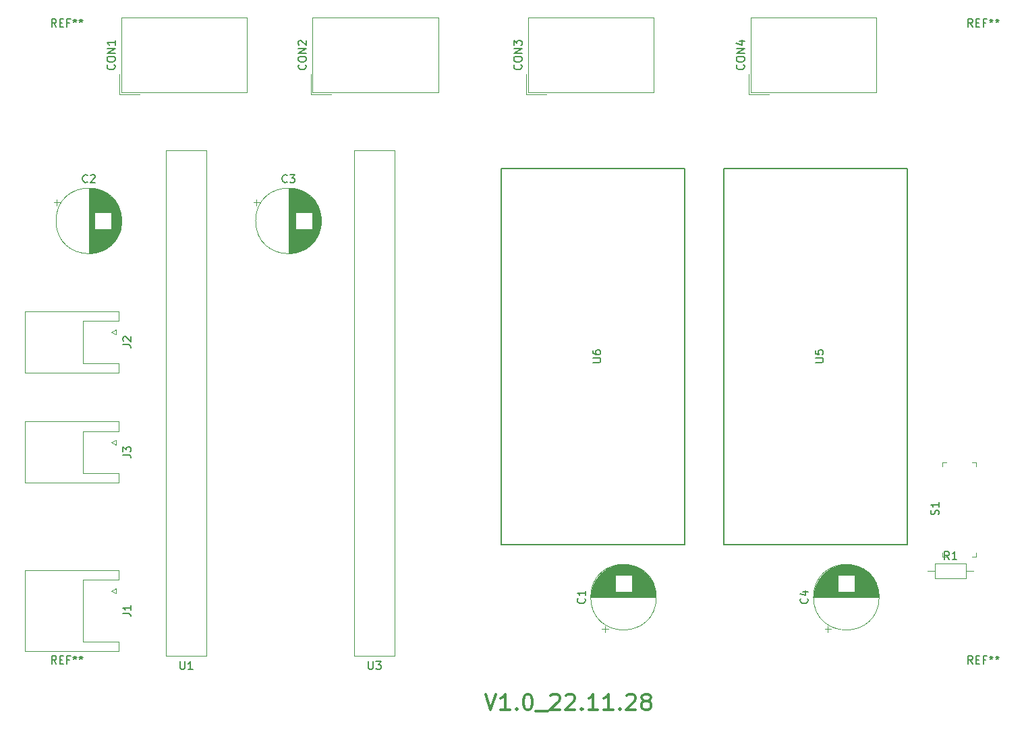
<source format=gbr>
G04 #@! TF.GenerationSoftware,KiCad,Pcbnew,(5.1.2)-2*
G04 #@! TF.CreationDate,2022-11-28T14:44:14+09:00*
G04 #@! TF.ProjectId,Motor_MotherBoard,4d6f746f-725f-44d6-9f74-686572426f61,rev?*
G04 #@! TF.SameCoordinates,Original*
G04 #@! TF.FileFunction,Legend,Top*
G04 #@! TF.FilePolarity,Positive*
%FSLAX46Y46*%
G04 Gerber Fmt 4.6, Leading zero omitted, Abs format (unit mm)*
G04 Created by KiCad (PCBNEW (5.1.2)-2) date 2022-11-28 14:44:14*
%MOMM*%
%LPD*%
G04 APERTURE LIST*
%ADD10C,0.300000*%
%ADD11C,0.120000*%
%ADD12C,0.100000*%
%ADD13C,0.150000*%
G04 APERTURE END LIST*
D10*
X92520809Y-105051361D02*
X93187476Y-107051361D01*
X93854142Y-105051361D01*
X95568428Y-107051361D02*
X94425571Y-107051361D01*
X94997000Y-107051361D02*
X94997000Y-105051361D01*
X94806523Y-105337076D01*
X94616047Y-105527552D01*
X94425571Y-105622790D01*
X96425571Y-106860885D02*
X96520809Y-106956123D01*
X96425571Y-107051361D01*
X96330333Y-106956123D01*
X96425571Y-106860885D01*
X96425571Y-107051361D01*
X97758904Y-105051361D02*
X97949380Y-105051361D01*
X98139857Y-105146600D01*
X98235095Y-105241838D01*
X98330333Y-105432314D01*
X98425571Y-105813266D01*
X98425571Y-106289457D01*
X98330333Y-106670409D01*
X98235095Y-106860885D01*
X98139857Y-106956123D01*
X97949380Y-107051361D01*
X97758904Y-107051361D01*
X97568428Y-106956123D01*
X97473190Y-106860885D01*
X97377952Y-106670409D01*
X97282714Y-106289457D01*
X97282714Y-105813266D01*
X97377952Y-105432314D01*
X97473190Y-105241838D01*
X97568428Y-105146600D01*
X97758904Y-105051361D01*
X98806523Y-107241838D02*
X100330333Y-107241838D01*
X100711285Y-105241838D02*
X100806523Y-105146600D01*
X100997000Y-105051361D01*
X101473190Y-105051361D01*
X101663666Y-105146600D01*
X101758904Y-105241838D01*
X101854142Y-105432314D01*
X101854142Y-105622790D01*
X101758904Y-105908504D01*
X100616047Y-107051361D01*
X101854142Y-107051361D01*
X102616047Y-105241838D02*
X102711285Y-105146600D01*
X102901761Y-105051361D01*
X103377952Y-105051361D01*
X103568428Y-105146600D01*
X103663666Y-105241838D01*
X103758904Y-105432314D01*
X103758904Y-105622790D01*
X103663666Y-105908504D01*
X102520809Y-107051361D01*
X103758904Y-107051361D01*
X104616047Y-106860885D02*
X104711285Y-106956123D01*
X104616047Y-107051361D01*
X104520809Y-106956123D01*
X104616047Y-106860885D01*
X104616047Y-107051361D01*
X106616047Y-107051361D02*
X105473190Y-107051361D01*
X106044619Y-107051361D02*
X106044619Y-105051361D01*
X105854142Y-105337076D01*
X105663666Y-105527552D01*
X105473190Y-105622790D01*
X108520809Y-107051361D02*
X107377952Y-107051361D01*
X107949380Y-107051361D02*
X107949380Y-105051361D01*
X107758904Y-105337076D01*
X107568428Y-105527552D01*
X107377952Y-105622790D01*
X109377952Y-106860885D02*
X109473190Y-106956123D01*
X109377952Y-107051361D01*
X109282714Y-106956123D01*
X109377952Y-106860885D01*
X109377952Y-107051361D01*
X110235095Y-105241838D02*
X110330333Y-105146600D01*
X110520809Y-105051361D01*
X110997000Y-105051361D01*
X111187476Y-105146600D01*
X111282714Y-105241838D01*
X111377952Y-105432314D01*
X111377952Y-105622790D01*
X111282714Y-105908504D01*
X110139857Y-107051361D01*
X111377952Y-107051361D01*
X112520809Y-105908504D02*
X112330333Y-105813266D01*
X112235095Y-105718028D01*
X112139857Y-105527552D01*
X112139857Y-105432314D01*
X112235095Y-105241838D01*
X112330333Y-105146600D01*
X112520809Y-105051361D01*
X112901761Y-105051361D01*
X113092238Y-105146600D01*
X113187476Y-105241838D01*
X113282714Y-105432314D01*
X113282714Y-105527552D01*
X113187476Y-105718028D01*
X113092238Y-105813266D01*
X112901761Y-105908504D01*
X112520809Y-105908504D01*
X112330333Y-106003742D01*
X112235095Y-106098980D01*
X112139857Y-106289457D01*
X112139857Y-106670409D01*
X112235095Y-106860885D01*
X112330333Y-106956123D01*
X112520809Y-107051361D01*
X112901761Y-107051361D01*
X113092238Y-106956123D01*
X113187476Y-106860885D01*
X113282714Y-106670409D01*
X113282714Y-106289457D01*
X113187476Y-106098980D01*
X113092238Y-106003742D01*
X112901761Y-105908504D01*
D11*
X46169000Y-73731400D02*
X45569000Y-73431400D01*
X46169000Y-73131400D02*
X46169000Y-73731400D01*
X45569000Y-73431400D02*
X46169000Y-73131400D01*
X42019000Y-77331400D02*
X42019000Y-74681400D01*
X46519000Y-77331400D02*
X42019000Y-77331400D01*
X46519000Y-78531400D02*
X46519000Y-77331400D01*
X34719000Y-78531400D02*
X46519000Y-78531400D01*
X34719000Y-74681400D02*
X34719000Y-78531400D01*
X42019000Y-72031400D02*
X42019000Y-74681400D01*
X46519000Y-72031400D02*
X42019000Y-72031400D01*
X46519000Y-70831400D02*
X46519000Y-72031400D01*
X34719000Y-70831400D02*
X46519000Y-70831400D01*
X34719000Y-74681400D02*
X34719000Y-70831400D01*
X153771400Y-89611200D02*
X152821400Y-89611200D01*
X148031400Y-89611200D02*
X148981400Y-89611200D01*
X152821400Y-88691200D02*
X148981400Y-88691200D01*
X152821400Y-90531200D02*
X152821400Y-88691200D01*
X148981400Y-90531200D02*
X152821400Y-90531200D01*
X148981400Y-88691200D02*
X148981400Y-90531200D01*
X38740302Y-42909000D02*
X38740302Y-43709000D01*
X38340302Y-43309000D02*
X39140302Y-43309000D01*
X46831000Y-45091000D02*
X46831000Y-46157000D01*
X46791000Y-44856000D02*
X46791000Y-46392000D01*
X46751000Y-44676000D02*
X46751000Y-46572000D01*
X46711000Y-44526000D02*
X46711000Y-46722000D01*
X46671000Y-44395000D02*
X46671000Y-46853000D01*
X46631000Y-44278000D02*
X46631000Y-46970000D01*
X46591000Y-44171000D02*
X46591000Y-47077000D01*
X46551000Y-44072000D02*
X46551000Y-47176000D01*
X46511000Y-43979000D02*
X46511000Y-47269000D01*
X46471000Y-43893000D02*
X46471000Y-47355000D01*
X46431000Y-43811000D02*
X46431000Y-47437000D01*
X46391000Y-43734000D02*
X46391000Y-47514000D01*
X46351000Y-43660000D02*
X46351000Y-47588000D01*
X46311000Y-43590000D02*
X46311000Y-47658000D01*
X46271000Y-43522000D02*
X46271000Y-47726000D01*
X46231000Y-43458000D02*
X46231000Y-47790000D01*
X46191000Y-43396000D02*
X46191000Y-47852000D01*
X46151000Y-43337000D02*
X46151000Y-47911000D01*
X46111000Y-43279000D02*
X46111000Y-47969000D01*
X46071000Y-43224000D02*
X46071000Y-48024000D01*
X46031000Y-43170000D02*
X46031000Y-48078000D01*
X45991000Y-43119000D02*
X45991000Y-48129000D01*
X45951000Y-43068000D02*
X45951000Y-48180000D01*
X45911000Y-43020000D02*
X45911000Y-48228000D01*
X45871000Y-42973000D02*
X45871000Y-48275000D01*
X45831000Y-42927000D02*
X45831000Y-48321000D01*
X45791000Y-42883000D02*
X45791000Y-48365000D01*
X45751000Y-42840000D02*
X45751000Y-48408000D01*
X45711000Y-42798000D02*
X45711000Y-48450000D01*
X45671000Y-42757000D02*
X45671000Y-48491000D01*
X45631000Y-42717000D02*
X45631000Y-48531000D01*
X45591000Y-42679000D02*
X45591000Y-48569000D01*
X45551000Y-42641000D02*
X45551000Y-48607000D01*
X45511000Y-46664000D02*
X45511000Y-48643000D01*
X45511000Y-42605000D02*
X45511000Y-44584000D01*
X45471000Y-46664000D02*
X45471000Y-48679000D01*
X45471000Y-42569000D02*
X45471000Y-44584000D01*
X45431000Y-46664000D02*
X45431000Y-48714000D01*
X45431000Y-42534000D02*
X45431000Y-44584000D01*
X45391000Y-46664000D02*
X45391000Y-48748000D01*
X45391000Y-42500000D02*
X45391000Y-44584000D01*
X45351000Y-46664000D02*
X45351000Y-48780000D01*
X45351000Y-42468000D02*
X45351000Y-44584000D01*
X45311000Y-46664000D02*
X45311000Y-48813000D01*
X45311000Y-42435000D02*
X45311000Y-44584000D01*
X45271000Y-46664000D02*
X45271000Y-48844000D01*
X45271000Y-42404000D02*
X45271000Y-44584000D01*
X45231000Y-46664000D02*
X45231000Y-48874000D01*
X45231000Y-42374000D02*
X45231000Y-44584000D01*
X45191000Y-46664000D02*
X45191000Y-48904000D01*
X45191000Y-42344000D02*
X45191000Y-44584000D01*
X45151000Y-46664000D02*
X45151000Y-48933000D01*
X45151000Y-42315000D02*
X45151000Y-44584000D01*
X45111000Y-46664000D02*
X45111000Y-48962000D01*
X45111000Y-42286000D02*
X45111000Y-44584000D01*
X45071000Y-46664000D02*
X45071000Y-48989000D01*
X45071000Y-42259000D02*
X45071000Y-44584000D01*
X45031000Y-46664000D02*
X45031000Y-49016000D01*
X45031000Y-42232000D02*
X45031000Y-44584000D01*
X44991000Y-46664000D02*
X44991000Y-49042000D01*
X44991000Y-42206000D02*
X44991000Y-44584000D01*
X44951000Y-46664000D02*
X44951000Y-49068000D01*
X44951000Y-42180000D02*
X44951000Y-44584000D01*
X44911000Y-46664000D02*
X44911000Y-49093000D01*
X44911000Y-42155000D02*
X44911000Y-44584000D01*
X44871000Y-46664000D02*
X44871000Y-49117000D01*
X44871000Y-42131000D02*
X44871000Y-44584000D01*
X44831000Y-46664000D02*
X44831000Y-49141000D01*
X44831000Y-42107000D02*
X44831000Y-44584000D01*
X44791000Y-46664000D02*
X44791000Y-49164000D01*
X44791000Y-42084000D02*
X44791000Y-44584000D01*
X44751000Y-46664000D02*
X44751000Y-49186000D01*
X44751000Y-42062000D02*
X44751000Y-44584000D01*
X44711000Y-46664000D02*
X44711000Y-49208000D01*
X44711000Y-42040000D02*
X44711000Y-44584000D01*
X44671000Y-46664000D02*
X44671000Y-49230000D01*
X44671000Y-42018000D02*
X44671000Y-44584000D01*
X44631000Y-46664000D02*
X44631000Y-49251000D01*
X44631000Y-41997000D02*
X44631000Y-44584000D01*
X44591000Y-46664000D02*
X44591000Y-49271000D01*
X44591000Y-41977000D02*
X44591000Y-44584000D01*
X44551000Y-46664000D02*
X44551000Y-49290000D01*
X44551000Y-41958000D02*
X44551000Y-44584000D01*
X44511000Y-46664000D02*
X44511000Y-49310000D01*
X44511000Y-41938000D02*
X44511000Y-44584000D01*
X44471000Y-46664000D02*
X44471000Y-49328000D01*
X44471000Y-41920000D02*
X44471000Y-44584000D01*
X44431000Y-46664000D02*
X44431000Y-49346000D01*
X44431000Y-41902000D02*
X44431000Y-44584000D01*
X44391000Y-46664000D02*
X44391000Y-49364000D01*
X44391000Y-41884000D02*
X44391000Y-44584000D01*
X44351000Y-46664000D02*
X44351000Y-49381000D01*
X44351000Y-41867000D02*
X44351000Y-44584000D01*
X44311000Y-46664000D02*
X44311000Y-49398000D01*
X44311000Y-41850000D02*
X44311000Y-44584000D01*
X44271000Y-46664000D02*
X44271000Y-49414000D01*
X44271000Y-41834000D02*
X44271000Y-44584000D01*
X44231000Y-46664000D02*
X44231000Y-49429000D01*
X44231000Y-41819000D02*
X44231000Y-44584000D01*
X44191000Y-46664000D02*
X44191000Y-49445000D01*
X44191000Y-41803000D02*
X44191000Y-44584000D01*
X44151000Y-46664000D02*
X44151000Y-49459000D01*
X44151000Y-41789000D02*
X44151000Y-44584000D01*
X44111000Y-46664000D02*
X44111000Y-49474000D01*
X44111000Y-41774000D02*
X44111000Y-44584000D01*
X44071000Y-46664000D02*
X44071000Y-49487000D01*
X44071000Y-41761000D02*
X44071000Y-44584000D01*
X44031000Y-46664000D02*
X44031000Y-49501000D01*
X44031000Y-41747000D02*
X44031000Y-44584000D01*
X43991000Y-46664000D02*
X43991000Y-49513000D01*
X43991000Y-41735000D02*
X43991000Y-44584000D01*
X43951000Y-46664000D02*
X43951000Y-49526000D01*
X43951000Y-41722000D02*
X43951000Y-44584000D01*
X43911000Y-46664000D02*
X43911000Y-49538000D01*
X43911000Y-41710000D02*
X43911000Y-44584000D01*
X43871000Y-46664000D02*
X43871000Y-49549000D01*
X43871000Y-41699000D02*
X43871000Y-44584000D01*
X43831000Y-46664000D02*
X43831000Y-49560000D01*
X43831000Y-41688000D02*
X43831000Y-44584000D01*
X43791000Y-46664000D02*
X43791000Y-49571000D01*
X43791000Y-41677000D02*
X43791000Y-44584000D01*
X43751000Y-46664000D02*
X43751000Y-49581000D01*
X43751000Y-41667000D02*
X43751000Y-44584000D01*
X43711000Y-46664000D02*
X43711000Y-49591000D01*
X43711000Y-41657000D02*
X43711000Y-44584000D01*
X43671000Y-46664000D02*
X43671000Y-49600000D01*
X43671000Y-41648000D02*
X43671000Y-44584000D01*
X43631000Y-46664000D02*
X43631000Y-49609000D01*
X43631000Y-41639000D02*
X43631000Y-44584000D01*
X43591000Y-46664000D02*
X43591000Y-49618000D01*
X43591000Y-41630000D02*
X43591000Y-44584000D01*
X43551000Y-46664000D02*
X43551000Y-49626000D01*
X43551000Y-41622000D02*
X43551000Y-44584000D01*
X43511000Y-46664000D02*
X43511000Y-49634000D01*
X43511000Y-41614000D02*
X43511000Y-44584000D01*
X43471000Y-46664000D02*
X43471000Y-49641000D01*
X43471000Y-41607000D02*
X43471000Y-44584000D01*
X43430000Y-41600000D02*
X43430000Y-49648000D01*
X43390000Y-41594000D02*
X43390000Y-49654000D01*
X43350000Y-41587000D02*
X43350000Y-49661000D01*
X43310000Y-41582000D02*
X43310000Y-49666000D01*
X43270000Y-41576000D02*
X43270000Y-49672000D01*
X43230000Y-41572000D02*
X43230000Y-49676000D01*
X43190000Y-41567000D02*
X43190000Y-49681000D01*
X43150000Y-41563000D02*
X43150000Y-49685000D01*
X43110000Y-41559000D02*
X43110000Y-49689000D01*
X43070000Y-41556000D02*
X43070000Y-49692000D01*
X43030000Y-41553000D02*
X43030000Y-49695000D01*
X42990000Y-41550000D02*
X42990000Y-49698000D01*
X42950000Y-41548000D02*
X42950000Y-49700000D01*
X42910000Y-41547000D02*
X42910000Y-49701000D01*
X42870000Y-41545000D02*
X42870000Y-49703000D01*
X42830000Y-41544000D02*
X42830000Y-49704000D01*
X42790000Y-41544000D02*
X42790000Y-49704000D01*
X42750000Y-41544000D02*
X42750000Y-49704000D01*
X46870000Y-45624000D02*
G75*
G03X46870000Y-45624000I-4120000J0D01*
G01*
X107140000Y-96900098D02*
X107940000Y-96900098D01*
X107540000Y-97300098D02*
X107540000Y-96500098D01*
X109322000Y-88809400D02*
X110388000Y-88809400D01*
X109087000Y-88849400D02*
X110623000Y-88849400D01*
X108907000Y-88889400D02*
X110803000Y-88889400D01*
X108757000Y-88929400D02*
X110953000Y-88929400D01*
X108626000Y-88969400D02*
X111084000Y-88969400D01*
X108509000Y-89009400D02*
X111201000Y-89009400D01*
X108402000Y-89049400D02*
X111308000Y-89049400D01*
X108303000Y-89089400D02*
X111407000Y-89089400D01*
X108210000Y-89129400D02*
X111500000Y-89129400D01*
X108124000Y-89169400D02*
X111586000Y-89169400D01*
X108042000Y-89209400D02*
X111668000Y-89209400D01*
X107965000Y-89249400D02*
X111745000Y-89249400D01*
X107891000Y-89289400D02*
X111819000Y-89289400D01*
X107821000Y-89329400D02*
X111889000Y-89329400D01*
X107753000Y-89369400D02*
X111957000Y-89369400D01*
X107689000Y-89409400D02*
X112021000Y-89409400D01*
X107627000Y-89449400D02*
X112083000Y-89449400D01*
X107568000Y-89489400D02*
X112142000Y-89489400D01*
X107510000Y-89529400D02*
X112200000Y-89529400D01*
X107455000Y-89569400D02*
X112255000Y-89569400D01*
X107401000Y-89609400D02*
X112309000Y-89609400D01*
X107350000Y-89649400D02*
X112360000Y-89649400D01*
X107299000Y-89689400D02*
X112411000Y-89689400D01*
X107251000Y-89729400D02*
X112459000Y-89729400D01*
X107204000Y-89769400D02*
X112506000Y-89769400D01*
X107158000Y-89809400D02*
X112552000Y-89809400D01*
X107114000Y-89849400D02*
X112596000Y-89849400D01*
X107071000Y-89889400D02*
X112639000Y-89889400D01*
X107029000Y-89929400D02*
X112681000Y-89929400D01*
X106988000Y-89969400D02*
X112722000Y-89969400D01*
X106948000Y-90009400D02*
X112762000Y-90009400D01*
X106910000Y-90049400D02*
X112800000Y-90049400D01*
X106872000Y-90089400D02*
X112838000Y-90089400D01*
X110895000Y-90129400D02*
X112874000Y-90129400D01*
X106836000Y-90129400D02*
X108815000Y-90129400D01*
X110895000Y-90169400D02*
X112910000Y-90169400D01*
X106800000Y-90169400D02*
X108815000Y-90169400D01*
X110895000Y-90209400D02*
X112945000Y-90209400D01*
X106765000Y-90209400D02*
X108815000Y-90209400D01*
X110895000Y-90249400D02*
X112979000Y-90249400D01*
X106731000Y-90249400D02*
X108815000Y-90249400D01*
X110895000Y-90289400D02*
X113011000Y-90289400D01*
X106699000Y-90289400D02*
X108815000Y-90289400D01*
X110895000Y-90329400D02*
X113044000Y-90329400D01*
X106666000Y-90329400D02*
X108815000Y-90329400D01*
X110895000Y-90369400D02*
X113075000Y-90369400D01*
X106635000Y-90369400D02*
X108815000Y-90369400D01*
X110895000Y-90409400D02*
X113105000Y-90409400D01*
X106605000Y-90409400D02*
X108815000Y-90409400D01*
X110895000Y-90449400D02*
X113135000Y-90449400D01*
X106575000Y-90449400D02*
X108815000Y-90449400D01*
X110895000Y-90489400D02*
X113164000Y-90489400D01*
X106546000Y-90489400D02*
X108815000Y-90489400D01*
X110895000Y-90529400D02*
X113193000Y-90529400D01*
X106517000Y-90529400D02*
X108815000Y-90529400D01*
X110895000Y-90569400D02*
X113220000Y-90569400D01*
X106490000Y-90569400D02*
X108815000Y-90569400D01*
X110895000Y-90609400D02*
X113247000Y-90609400D01*
X106463000Y-90609400D02*
X108815000Y-90609400D01*
X110895000Y-90649400D02*
X113273000Y-90649400D01*
X106437000Y-90649400D02*
X108815000Y-90649400D01*
X110895000Y-90689400D02*
X113299000Y-90689400D01*
X106411000Y-90689400D02*
X108815000Y-90689400D01*
X110895000Y-90729400D02*
X113324000Y-90729400D01*
X106386000Y-90729400D02*
X108815000Y-90729400D01*
X110895000Y-90769400D02*
X113348000Y-90769400D01*
X106362000Y-90769400D02*
X108815000Y-90769400D01*
X110895000Y-90809400D02*
X113372000Y-90809400D01*
X106338000Y-90809400D02*
X108815000Y-90809400D01*
X110895000Y-90849400D02*
X113395000Y-90849400D01*
X106315000Y-90849400D02*
X108815000Y-90849400D01*
X110895000Y-90889400D02*
X113417000Y-90889400D01*
X106293000Y-90889400D02*
X108815000Y-90889400D01*
X110895000Y-90929400D02*
X113439000Y-90929400D01*
X106271000Y-90929400D02*
X108815000Y-90929400D01*
X110895000Y-90969400D02*
X113461000Y-90969400D01*
X106249000Y-90969400D02*
X108815000Y-90969400D01*
X110895000Y-91009400D02*
X113482000Y-91009400D01*
X106228000Y-91009400D02*
X108815000Y-91009400D01*
X110895000Y-91049400D02*
X113502000Y-91049400D01*
X106208000Y-91049400D02*
X108815000Y-91049400D01*
X110895000Y-91089400D02*
X113521000Y-91089400D01*
X106189000Y-91089400D02*
X108815000Y-91089400D01*
X110895000Y-91129400D02*
X113541000Y-91129400D01*
X106169000Y-91129400D02*
X108815000Y-91129400D01*
X110895000Y-91169400D02*
X113559000Y-91169400D01*
X106151000Y-91169400D02*
X108815000Y-91169400D01*
X110895000Y-91209400D02*
X113577000Y-91209400D01*
X106133000Y-91209400D02*
X108815000Y-91209400D01*
X110895000Y-91249400D02*
X113595000Y-91249400D01*
X106115000Y-91249400D02*
X108815000Y-91249400D01*
X110895000Y-91289400D02*
X113612000Y-91289400D01*
X106098000Y-91289400D02*
X108815000Y-91289400D01*
X110895000Y-91329400D02*
X113629000Y-91329400D01*
X106081000Y-91329400D02*
X108815000Y-91329400D01*
X110895000Y-91369400D02*
X113645000Y-91369400D01*
X106065000Y-91369400D02*
X108815000Y-91369400D01*
X110895000Y-91409400D02*
X113660000Y-91409400D01*
X106050000Y-91409400D02*
X108815000Y-91409400D01*
X110895000Y-91449400D02*
X113676000Y-91449400D01*
X106034000Y-91449400D02*
X108815000Y-91449400D01*
X110895000Y-91489400D02*
X113690000Y-91489400D01*
X106020000Y-91489400D02*
X108815000Y-91489400D01*
X110895000Y-91529400D02*
X113705000Y-91529400D01*
X106005000Y-91529400D02*
X108815000Y-91529400D01*
X110895000Y-91569400D02*
X113718000Y-91569400D01*
X105992000Y-91569400D02*
X108815000Y-91569400D01*
X110895000Y-91609400D02*
X113732000Y-91609400D01*
X105978000Y-91609400D02*
X108815000Y-91609400D01*
X110895000Y-91649400D02*
X113744000Y-91649400D01*
X105966000Y-91649400D02*
X108815000Y-91649400D01*
X110895000Y-91689400D02*
X113757000Y-91689400D01*
X105953000Y-91689400D02*
X108815000Y-91689400D01*
X110895000Y-91729400D02*
X113769000Y-91729400D01*
X105941000Y-91729400D02*
X108815000Y-91729400D01*
X110895000Y-91769400D02*
X113780000Y-91769400D01*
X105930000Y-91769400D02*
X108815000Y-91769400D01*
X110895000Y-91809400D02*
X113791000Y-91809400D01*
X105919000Y-91809400D02*
X108815000Y-91809400D01*
X110895000Y-91849400D02*
X113802000Y-91849400D01*
X105908000Y-91849400D02*
X108815000Y-91849400D01*
X110895000Y-91889400D02*
X113812000Y-91889400D01*
X105898000Y-91889400D02*
X108815000Y-91889400D01*
X110895000Y-91929400D02*
X113822000Y-91929400D01*
X105888000Y-91929400D02*
X108815000Y-91929400D01*
X110895000Y-91969400D02*
X113831000Y-91969400D01*
X105879000Y-91969400D02*
X108815000Y-91969400D01*
X110895000Y-92009400D02*
X113840000Y-92009400D01*
X105870000Y-92009400D02*
X108815000Y-92009400D01*
X110895000Y-92049400D02*
X113849000Y-92049400D01*
X105861000Y-92049400D02*
X108815000Y-92049400D01*
X110895000Y-92089400D02*
X113857000Y-92089400D01*
X105853000Y-92089400D02*
X108815000Y-92089400D01*
X110895000Y-92129400D02*
X113865000Y-92129400D01*
X105845000Y-92129400D02*
X108815000Y-92129400D01*
X110895000Y-92169400D02*
X113872000Y-92169400D01*
X105838000Y-92169400D02*
X108815000Y-92169400D01*
X105831000Y-92210400D02*
X113879000Y-92210400D01*
X105825000Y-92250400D02*
X113885000Y-92250400D01*
X105818000Y-92290400D02*
X113892000Y-92290400D01*
X105813000Y-92330400D02*
X113897000Y-92330400D01*
X105807000Y-92370400D02*
X113903000Y-92370400D01*
X105803000Y-92410400D02*
X113907000Y-92410400D01*
X105798000Y-92450400D02*
X113912000Y-92450400D01*
X105794000Y-92490400D02*
X113916000Y-92490400D01*
X105790000Y-92530400D02*
X113920000Y-92530400D01*
X105787000Y-92570400D02*
X113923000Y-92570400D01*
X105784000Y-92610400D02*
X113926000Y-92610400D01*
X105781000Y-92650400D02*
X113929000Y-92650400D01*
X105779000Y-92690400D02*
X113931000Y-92690400D01*
X105778000Y-92730400D02*
X113932000Y-92730400D01*
X105776000Y-92770400D02*
X113934000Y-92770400D01*
X105775000Y-92810400D02*
X113935000Y-92810400D01*
X105775000Y-92850400D02*
X113935000Y-92850400D01*
X105775000Y-92890400D02*
X113935000Y-92890400D01*
X113975000Y-92890400D02*
G75*
G03X113975000Y-92890400I-4120000J0D01*
G01*
X71924000Y-45624000D02*
G75*
G03X71924000Y-45624000I-4120000J0D01*
G01*
X67804000Y-41544000D02*
X67804000Y-49704000D01*
X67844000Y-41544000D02*
X67844000Y-49704000D01*
X67884000Y-41544000D02*
X67884000Y-49704000D01*
X67924000Y-41545000D02*
X67924000Y-49703000D01*
X67964000Y-41547000D02*
X67964000Y-49701000D01*
X68004000Y-41548000D02*
X68004000Y-49700000D01*
X68044000Y-41550000D02*
X68044000Y-49698000D01*
X68084000Y-41553000D02*
X68084000Y-49695000D01*
X68124000Y-41556000D02*
X68124000Y-49692000D01*
X68164000Y-41559000D02*
X68164000Y-49689000D01*
X68204000Y-41563000D02*
X68204000Y-49685000D01*
X68244000Y-41567000D02*
X68244000Y-49681000D01*
X68284000Y-41572000D02*
X68284000Y-49676000D01*
X68324000Y-41576000D02*
X68324000Y-49672000D01*
X68364000Y-41582000D02*
X68364000Y-49666000D01*
X68404000Y-41587000D02*
X68404000Y-49661000D01*
X68444000Y-41594000D02*
X68444000Y-49654000D01*
X68484000Y-41600000D02*
X68484000Y-49648000D01*
X68525000Y-41607000D02*
X68525000Y-49641000D01*
X68565000Y-41614000D02*
X68565000Y-49634000D01*
X68605000Y-41622000D02*
X68605000Y-49626000D01*
X68645000Y-41630000D02*
X68645000Y-49618000D01*
X68685000Y-41639000D02*
X68685000Y-44584000D01*
X68685000Y-46664000D02*
X68685000Y-49609000D01*
X68725000Y-41648000D02*
X68725000Y-44584000D01*
X68725000Y-46664000D02*
X68725000Y-49600000D01*
X68765000Y-41657000D02*
X68765000Y-44584000D01*
X68765000Y-46664000D02*
X68765000Y-49591000D01*
X68805000Y-41667000D02*
X68805000Y-44584000D01*
X68805000Y-46664000D02*
X68805000Y-49581000D01*
X68845000Y-41677000D02*
X68845000Y-44584000D01*
X68845000Y-46664000D02*
X68845000Y-49571000D01*
X68885000Y-41688000D02*
X68885000Y-44584000D01*
X68885000Y-46664000D02*
X68885000Y-49560000D01*
X68925000Y-41699000D02*
X68925000Y-44584000D01*
X68925000Y-46664000D02*
X68925000Y-49549000D01*
X68965000Y-41710000D02*
X68965000Y-44584000D01*
X68965000Y-46664000D02*
X68965000Y-49538000D01*
X69005000Y-41722000D02*
X69005000Y-44584000D01*
X69005000Y-46664000D02*
X69005000Y-49526000D01*
X69045000Y-41735000D02*
X69045000Y-44584000D01*
X69045000Y-46664000D02*
X69045000Y-49513000D01*
X69085000Y-41747000D02*
X69085000Y-44584000D01*
X69085000Y-46664000D02*
X69085000Y-49501000D01*
X69125000Y-41761000D02*
X69125000Y-44584000D01*
X69125000Y-46664000D02*
X69125000Y-49487000D01*
X69165000Y-41774000D02*
X69165000Y-44584000D01*
X69165000Y-46664000D02*
X69165000Y-49474000D01*
X69205000Y-41789000D02*
X69205000Y-44584000D01*
X69205000Y-46664000D02*
X69205000Y-49459000D01*
X69245000Y-41803000D02*
X69245000Y-44584000D01*
X69245000Y-46664000D02*
X69245000Y-49445000D01*
X69285000Y-41819000D02*
X69285000Y-44584000D01*
X69285000Y-46664000D02*
X69285000Y-49429000D01*
X69325000Y-41834000D02*
X69325000Y-44584000D01*
X69325000Y-46664000D02*
X69325000Y-49414000D01*
X69365000Y-41850000D02*
X69365000Y-44584000D01*
X69365000Y-46664000D02*
X69365000Y-49398000D01*
X69405000Y-41867000D02*
X69405000Y-44584000D01*
X69405000Y-46664000D02*
X69405000Y-49381000D01*
X69445000Y-41884000D02*
X69445000Y-44584000D01*
X69445000Y-46664000D02*
X69445000Y-49364000D01*
X69485000Y-41902000D02*
X69485000Y-44584000D01*
X69485000Y-46664000D02*
X69485000Y-49346000D01*
X69525000Y-41920000D02*
X69525000Y-44584000D01*
X69525000Y-46664000D02*
X69525000Y-49328000D01*
X69565000Y-41938000D02*
X69565000Y-44584000D01*
X69565000Y-46664000D02*
X69565000Y-49310000D01*
X69605000Y-41958000D02*
X69605000Y-44584000D01*
X69605000Y-46664000D02*
X69605000Y-49290000D01*
X69645000Y-41977000D02*
X69645000Y-44584000D01*
X69645000Y-46664000D02*
X69645000Y-49271000D01*
X69685000Y-41997000D02*
X69685000Y-44584000D01*
X69685000Y-46664000D02*
X69685000Y-49251000D01*
X69725000Y-42018000D02*
X69725000Y-44584000D01*
X69725000Y-46664000D02*
X69725000Y-49230000D01*
X69765000Y-42040000D02*
X69765000Y-44584000D01*
X69765000Y-46664000D02*
X69765000Y-49208000D01*
X69805000Y-42062000D02*
X69805000Y-44584000D01*
X69805000Y-46664000D02*
X69805000Y-49186000D01*
X69845000Y-42084000D02*
X69845000Y-44584000D01*
X69845000Y-46664000D02*
X69845000Y-49164000D01*
X69885000Y-42107000D02*
X69885000Y-44584000D01*
X69885000Y-46664000D02*
X69885000Y-49141000D01*
X69925000Y-42131000D02*
X69925000Y-44584000D01*
X69925000Y-46664000D02*
X69925000Y-49117000D01*
X69965000Y-42155000D02*
X69965000Y-44584000D01*
X69965000Y-46664000D02*
X69965000Y-49093000D01*
X70005000Y-42180000D02*
X70005000Y-44584000D01*
X70005000Y-46664000D02*
X70005000Y-49068000D01*
X70045000Y-42206000D02*
X70045000Y-44584000D01*
X70045000Y-46664000D02*
X70045000Y-49042000D01*
X70085000Y-42232000D02*
X70085000Y-44584000D01*
X70085000Y-46664000D02*
X70085000Y-49016000D01*
X70125000Y-42259000D02*
X70125000Y-44584000D01*
X70125000Y-46664000D02*
X70125000Y-48989000D01*
X70165000Y-42286000D02*
X70165000Y-44584000D01*
X70165000Y-46664000D02*
X70165000Y-48962000D01*
X70205000Y-42315000D02*
X70205000Y-44584000D01*
X70205000Y-46664000D02*
X70205000Y-48933000D01*
X70245000Y-42344000D02*
X70245000Y-44584000D01*
X70245000Y-46664000D02*
X70245000Y-48904000D01*
X70285000Y-42374000D02*
X70285000Y-44584000D01*
X70285000Y-46664000D02*
X70285000Y-48874000D01*
X70325000Y-42404000D02*
X70325000Y-44584000D01*
X70325000Y-46664000D02*
X70325000Y-48844000D01*
X70365000Y-42435000D02*
X70365000Y-44584000D01*
X70365000Y-46664000D02*
X70365000Y-48813000D01*
X70405000Y-42468000D02*
X70405000Y-44584000D01*
X70405000Y-46664000D02*
X70405000Y-48780000D01*
X70445000Y-42500000D02*
X70445000Y-44584000D01*
X70445000Y-46664000D02*
X70445000Y-48748000D01*
X70485000Y-42534000D02*
X70485000Y-44584000D01*
X70485000Y-46664000D02*
X70485000Y-48714000D01*
X70525000Y-42569000D02*
X70525000Y-44584000D01*
X70525000Y-46664000D02*
X70525000Y-48679000D01*
X70565000Y-42605000D02*
X70565000Y-44584000D01*
X70565000Y-46664000D02*
X70565000Y-48643000D01*
X70605000Y-42641000D02*
X70605000Y-44584000D01*
X70605000Y-46664000D02*
X70605000Y-48607000D01*
X70645000Y-42679000D02*
X70645000Y-44584000D01*
X70645000Y-46664000D02*
X70645000Y-48569000D01*
X70685000Y-42717000D02*
X70685000Y-44584000D01*
X70685000Y-46664000D02*
X70685000Y-48531000D01*
X70725000Y-42757000D02*
X70725000Y-44584000D01*
X70725000Y-46664000D02*
X70725000Y-48491000D01*
X70765000Y-42798000D02*
X70765000Y-48450000D01*
X70805000Y-42840000D02*
X70805000Y-48408000D01*
X70845000Y-42883000D02*
X70845000Y-48365000D01*
X70885000Y-42927000D02*
X70885000Y-48321000D01*
X70925000Y-42973000D02*
X70925000Y-48275000D01*
X70965000Y-43020000D02*
X70965000Y-48228000D01*
X71005000Y-43068000D02*
X71005000Y-48180000D01*
X71045000Y-43119000D02*
X71045000Y-48129000D01*
X71085000Y-43170000D02*
X71085000Y-48078000D01*
X71125000Y-43224000D02*
X71125000Y-48024000D01*
X71165000Y-43279000D02*
X71165000Y-47969000D01*
X71205000Y-43337000D02*
X71205000Y-47911000D01*
X71245000Y-43396000D02*
X71245000Y-47852000D01*
X71285000Y-43458000D02*
X71285000Y-47790000D01*
X71325000Y-43522000D02*
X71325000Y-47726000D01*
X71365000Y-43590000D02*
X71365000Y-47658000D01*
X71405000Y-43660000D02*
X71405000Y-47588000D01*
X71445000Y-43734000D02*
X71445000Y-47514000D01*
X71485000Y-43811000D02*
X71485000Y-47437000D01*
X71525000Y-43893000D02*
X71525000Y-47355000D01*
X71565000Y-43979000D02*
X71565000Y-47269000D01*
X71605000Y-44072000D02*
X71605000Y-47176000D01*
X71645000Y-44171000D02*
X71645000Y-47077000D01*
X71685000Y-44278000D02*
X71685000Y-46970000D01*
X71725000Y-44395000D02*
X71725000Y-46853000D01*
X71765000Y-44526000D02*
X71765000Y-46722000D01*
X71805000Y-44676000D02*
X71805000Y-46572000D01*
X71845000Y-44856000D02*
X71845000Y-46392000D01*
X71885000Y-45091000D02*
X71885000Y-46157000D01*
X63394302Y-43309000D02*
X64194302Y-43309000D01*
X63794302Y-42909000D02*
X63794302Y-43709000D01*
X141940400Y-92890400D02*
G75*
G03X141940400Y-92890400I-4120000J0D01*
G01*
X133740400Y-92890400D02*
X141900400Y-92890400D01*
X133740400Y-92850400D02*
X141900400Y-92850400D01*
X133740400Y-92810400D02*
X141900400Y-92810400D01*
X133741400Y-92770400D02*
X141899400Y-92770400D01*
X133743400Y-92730400D02*
X141897400Y-92730400D01*
X133744400Y-92690400D02*
X141896400Y-92690400D01*
X133746400Y-92650400D02*
X141894400Y-92650400D01*
X133749400Y-92610400D02*
X141891400Y-92610400D01*
X133752400Y-92570400D02*
X141888400Y-92570400D01*
X133755400Y-92530400D02*
X141885400Y-92530400D01*
X133759400Y-92490400D02*
X141881400Y-92490400D01*
X133763400Y-92450400D02*
X141877400Y-92450400D01*
X133768400Y-92410400D02*
X141872400Y-92410400D01*
X133772400Y-92370400D02*
X141868400Y-92370400D01*
X133778400Y-92330400D02*
X141862400Y-92330400D01*
X133783400Y-92290400D02*
X141857400Y-92290400D01*
X133790400Y-92250400D02*
X141850400Y-92250400D01*
X133796400Y-92210400D02*
X141844400Y-92210400D01*
X133803400Y-92169400D02*
X136780400Y-92169400D01*
X138860400Y-92169400D02*
X141837400Y-92169400D01*
X133810400Y-92129400D02*
X136780400Y-92129400D01*
X138860400Y-92129400D02*
X141830400Y-92129400D01*
X133818400Y-92089400D02*
X136780400Y-92089400D01*
X138860400Y-92089400D02*
X141822400Y-92089400D01*
X133826400Y-92049400D02*
X136780400Y-92049400D01*
X138860400Y-92049400D02*
X141814400Y-92049400D01*
X133835400Y-92009400D02*
X136780400Y-92009400D01*
X138860400Y-92009400D02*
X141805400Y-92009400D01*
X133844400Y-91969400D02*
X136780400Y-91969400D01*
X138860400Y-91969400D02*
X141796400Y-91969400D01*
X133853400Y-91929400D02*
X136780400Y-91929400D01*
X138860400Y-91929400D02*
X141787400Y-91929400D01*
X133863400Y-91889400D02*
X136780400Y-91889400D01*
X138860400Y-91889400D02*
X141777400Y-91889400D01*
X133873400Y-91849400D02*
X136780400Y-91849400D01*
X138860400Y-91849400D02*
X141767400Y-91849400D01*
X133884400Y-91809400D02*
X136780400Y-91809400D01*
X138860400Y-91809400D02*
X141756400Y-91809400D01*
X133895400Y-91769400D02*
X136780400Y-91769400D01*
X138860400Y-91769400D02*
X141745400Y-91769400D01*
X133906400Y-91729400D02*
X136780400Y-91729400D01*
X138860400Y-91729400D02*
X141734400Y-91729400D01*
X133918400Y-91689400D02*
X136780400Y-91689400D01*
X138860400Y-91689400D02*
X141722400Y-91689400D01*
X133931400Y-91649400D02*
X136780400Y-91649400D01*
X138860400Y-91649400D02*
X141709400Y-91649400D01*
X133943400Y-91609400D02*
X136780400Y-91609400D01*
X138860400Y-91609400D02*
X141697400Y-91609400D01*
X133957400Y-91569400D02*
X136780400Y-91569400D01*
X138860400Y-91569400D02*
X141683400Y-91569400D01*
X133970400Y-91529400D02*
X136780400Y-91529400D01*
X138860400Y-91529400D02*
X141670400Y-91529400D01*
X133985400Y-91489400D02*
X136780400Y-91489400D01*
X138860400Y-91489400D02*
X141655400Y-91489400D01*
X133999400Y-91449400D02*
X136780400Y-91449400D01*
X138860400Y-91449400D02*
X141641400Y-91449400D01*
X134015400Y-91409400D02*
X136780400Y-91409400D01*
X138860400Y-91409400D02*
X141625400Y-91409400D01*
X134030400Y-91369400D02*
X136780400Y-91369400D01*
X138860400Y-91369400D02*
X141610400Y-91369400D01*
X134046400Y-91329400D02*
X136780400Y-91329400D01*
X138860400Y-91329400D02*
X141594400Y-91329400D01*
X134063400Y-91289400D02*
X136780400Y-91289400D01*
X138860400Y-91289400D02*
X141577400Y-91289400D01*
X134080400Y-91249400D02*
X136780400Y-91249400D01*
X138860400Y-91249400D02*
X141560400Y-91249400D01*
X134098400Y-91209400D02*
X136780400Y-91209400D01*
X138860400Y-91209400D02*
X141542400Y-91209400D01*
X134116400Y-91169400D02*
X136780400Y-91169400D01*
X138860400Y-91169400D02*
X141524400Y-91169400D01*
X134134400Y-91129400D02*
X136780400Y-91129400D01*
X138860400Y-91129400D02*
X141506400Y-91129400D01*
X134154400Y-91089400D02*
X136780400Y-91089400D01*
X138860400Y-91089400D02*
X141486400Y-91089400D01*
X134173400Y-91049400D02*
X136780400Y-91049400D01*
X138860400Y-91049400D02*
X141467400Y-91049400D01*
X134193400Y-91009400D02*
X136780400Y-91009400D01*
X138860400Y-91009400D02*
X141447400Y-91009400D01*
X134214400Y-90969400D02*
X136780400Y-90969400D01*
X138860400Y-90969400D02*
X141426400Y-90969400D01*
X134236400Y-90929400D02*
X136780400Y-90929400D01*
X138860400Y-90929400D02*
X141404400Y-90929400D01*
X134258400Y-90889400D02*
X136780400Y-90889400D01*
X138860400Y-90889400D02*
X141382400Y-90889400D01*
X134280400Y-90849400D02*
X136780400Y-90849400D01*
X138860400Y-90849400D02*
X141360400Y-90849400D01*
X134303400Y-90809400D02*
X136780400Y-90809400D01*
X138860400Y-90809400D02*
X141337400Y-90809400D01*
X134327400Y-90769400D02*
X136780400Y-90769400D01*
X138860400Y-90769400D02*
X141313400Y-90769400D01*
X134351400Y-90729400D02*
X136780400Y-90729400D01*
X138860400Y-90729400D02*
X141289400Y-90729400D01*
X134376400Y-90689400D02*
X136780400Y-90689400D01*
X138860400Y-90689400D02*
X141264400Y-90689400D01*
X134402400Y-90649400D02*
X136780400Y-90649400D01*
X138860400Y-90649400D02*
X141238400Y-90649400D01*
X134428400Y-90609400D02*
X136780400Y-90609400D01*
X138860400Y-90609400D02*
X141212400Y-90609400D01*
X134455400Y-90569400D02*
X136780400Y-90569400D01*
X138860400Y-90569400D02*
X141185400Y-90569400D01*
X134482400Y-90529400D02*
X136780400Y-90529400D01*
X138860400Y-90529400D02*
X141158400Y-90529400D01*
X134511400Y-90489400D02*
X136780400Y-90489400D01*
X138860400Y-90489400D02*
X141129400Y-90489400D01*
X134540400Y-90449400D02*
X136780400Y-90449400D01*
X138860400Y-90449400D02*
X141100400Y-90449400D01*
X134570400Y-90409400D02*
X136780400Y-90409400D01*
X138860400Y-90409400D02*
X141070400Y-90409400D01*
X134600400Y-90369400D02*
X136780400Y-90369400D01*
X138860400Y-90369400D02*
X141040400Y-90369400D01*
X134631400Y-90329400D02*
X136780400Y-90329400D01*
X138860400Y-90329400D02*
X141009400Y-90329400D01*
X134664400Y-90289400D02*
X136780400Y-90289400D01*
X138860400Y-90289400D02*
X140976400Y-90289400D01*
X134696400Y-90249400D02*
X136780400Y-90249400D01*
X138860400Y-90249400D02*
X140944400Y-90249400D01*
X134730400Y-90209400D02*
X136780400Y-90209400D01*
X138860400Y-90209400D02*
X140910400Y-90209400D01*
X134765400Y-90169400D02*
X136780400Y-90169400D01*
X138860400Y-90169400D02*
X140875400Y-90169400D01*
X134801400Y-90129400D02*
X136780400Y-90129400D01*
X138860400Y-90129400D02*
X140839400Y-90129400D01*
X134837400Y-90089400D02*
X140803400Y-90089400D01*
X134875400Y-90049400D02*
X140765400Y-90049400D01*
X134913400Y-90009400D02*
X140727400Y-90009400D01*
X134953400Y-89969400D02*
X140687400Y-89969400D01*
X134994400Y-89929400D02*
X140646400Y-89929400D01*
X135036400Y-89889400D02*
X140604400Y-89889400D01*
X135079400Y-89849400D02*
X140561400Y-89849400D01*
X135123400Y-89809400D02*
X140517400Y-89809400D01*
X135169400Y-89769400D02*
X140471400Y-89769400D01*
X135216400Y-89729400D02*
X140424400Y-89729400D01*
X135264400Y-89689400D02*
X140376400Y-89689400D01*
X135315400Y-89649400D02*
X140325400Y-89649400D01*
X135366400Y-89609400D02*
X140274400Y-89609400D01*
X135420400Y-89569400D02*
X140220400Y-89569400D01*
X135475400Y-89529400D02*
X140165400Y-89529400D01*
X135533400Y-89489400D02*
X140107400Y-89489400D01*
X135592400Y-89449400D02*
X140048400Y-89449400D01*
X135654400Y-89409400D02*
X139986400Y-89409400D01*
X135718400Y-89369400D02*
X139922400Y-89369400D01*
X135786400Y-89329400D02*
X139854400Y-89329400D01*
X135856400Y-89289400D02*
X139784400Y-89289400D01*
X135930400Y-89249400D02*
X139710400Y-89249400D01*
X136007400Y-89209400D02*
X139633400Y-89209400D01*
X136089400Y-89169400D02*
X139551400Y-89169400D01*
X136175400Y-89129400D02*
X139465400Y-89129400D01*
X136268400Y-89089400D02*
X139372400Y-89089400D01*
X136367400Y-89049400D02*
X139273400Y-89049400D01*
X136474400Y-89009400D02*
X139166400Y-89009400D01*
X136591400Y-88969400D02*
X139049400Y-88969400D01*
X136722400Y-88929400D02*
X138918400Y-88929400D01*
X136872400Y-88889400D02*
X138768400Y-88889400D01*
X137052400Y-88849400D02*
X138588400Y-88849400D01*
X137287400Y-88809400D02*
X138353400Y-88809400D01*
X135505400Y-97300098D02*
X135505400Y-96500098D01*
X135105400Y-96900098D02*
X135905400Y-96900098D01*
X46838000Y-20121000D02*
X62618000Y-20121000D01*
X62618000Y-20121000D02*
X62618000Y-29471000D01*
X62618000Y-29471000D02*
X46838000Y-29471000D01*
X46838000Y-29471000D02*
X46838000Y-20121000D01*
X46588000Y-29721000D02*
X49128000Y-29721000D01*
X46588000Y-29721000D02*
X46588000Y-27181000D01*
X70589000Y-29721000D02*
X70589000Y-27181000D01*
X70589000Y-29721000D02*
X73129000Y-29721000D01*
X70839000Y-29471000D02*
X70839000Y-20121000D01*
X86619000Y-29471000D02*
X70839000Y-29471000D01*
X86619000Y-20121000D02*
X86619000Y-29471000D01*
X70839000Y-20121000D02*
X86619000Y-20121000D01*
X97892000Y-20121000D02*
X113672000Y-20121000D01*
X113672000Y-20121000D02*
X113672000Y-29471000D01*
X113672000Y-29471000D02*
X97892000Y-29471000D01*
X97892000Y-29471000D02*
X97892000Y-20121000D01*
X97642000Y-29721000D02*
X100182000Y-29721000D01*
X97642000Y-29721000D02*
X97642000Y-27181000D01*
X125582000Y-29721000D02*
X125582000Y-27181000D01*
X125582000Y-29721000D02*
X128122000Y-29721000D01*
X125832000Y-29471000D02*
X125832000Y-20121000D01*
X141612000Y-29471000D02*
X125832000Y-29471000D01*
X141612000Y-20121000D02*
X141612000Y-29471000D01*
X125832000Y-20121000D02*
X141612000Y-20121000D01*
X34719000Y-94594000D02*
X34719000Y-89494000D01*
X34719000Y-89494000D02*
X46519000Y-89494000D01*
X46519000Y-89494000D02*
X46519000Y-90694000D01*
X46519000Y-90694000D02*
X42019000Y-90694000D01*
X42019000Y-90694000D02*
X42019000Y-94594000D01*
X34719000Y-94594000D02*
X34719000Y-99694000D01*
X34719000Y-99694000D02*
X46519000Y-99694000D01*
X46519000Y-99694000D02*
X46519000Y-98494000D01*
X46519000Y-98494000D02*
X42019000Y-98494000D01*
X42019000Y-98494000D02*
X42019000Y-94594000D01*
X45569000Y-92094000D02*
X46169000Y-91794000D01*
X46169000Y-91794000D02*
X46169000Y-92394000D01*
X46169000Y-92394000D02*
X45569000Y-92094000D01*
X34719000Y-60832000D02*
X34719000Y-56982000D01*
X34719000Y-56982000D02*
X46519000Y-56982000D01*
X46519000Y-56982000D02*
X46519000Y-58182000D01*
X46519000Y-58182000D02*
X42019000Y-58182000D01*
X42019000Y-58182000D02*
X42019000Y-60832000D01*
X34719000Y-60832000D02*
X34719000Y-64682000D01*
X34719000Y-64682000D02*
X46519000Y-64682000D01*
X46519000Y-64682000D02*
X46519000Y-63482000D01*
X46519000Y-63482000D02*
X42019000Y-63482000D01*
X42019000Y-63482000D02*
X42019000Y-60832000D01*
X45569000Y-59582000D02*
X46169000Y-59282000D01*
X46169000Y-59282000D02*
X46169000Y-59882000D01*
X46169000Y-59882000D02*
X45569000Y-59582000D01*
D12*
X154100000Y-75950000D02*
X154100000Y-76450000D01*
X154100000Y-75950000D02*
X153600000Y-75950000D01*
X154100000Y-87850000D02*
X154100000Y-87350000D01*
X154100000Y-87850000D02*
X153600000Y-87850000D01*
X149900000Y-87850000D02*
X149900000Y-87350000D01*
X149900000Y-87850000D02*
X150400000Y-87850000D01*
X149900000Y-75950000D02*
X150400000Y-75950000D01*
X149900000Y-75950000D02*
X149900000Y-76450000D01*
D11*
X52442000Y-36734000D02*
X57522000Y-36734000D01*
X57522000Y-36734000D02*
X57522000Y-100234000D01*
X57522000Y-100234000D02*
X52442000Y-100234000D01*
X52442000Y-100234000D02*
X52442000Y-36734000D01*
X76064000Y-100234000D02*
X76064000Y-36734000D01*
X81144000Y-100234000D02*
X76064000Y-100234000D01*
X81144000Y-36734000D02*
X81144000Y-100234000D01*
X76064000Y-36734000D02*
X81144000Y-36734000D01*
D13*
X145476000Y-86262000D02*
X122476000Y-86262000D01*
X145476000Y-39022000D02*
X145476000Y-86262000D01*
X122476000Y-39022000D02*
X145476000Y-39022000D01*
X122476000Y-86262000D02*
X122476000Y-39022000D01*
X94536000Y-86262000D02*
X94536000Y-39022000D01*
X94536000Y-39022000D02*
X117536000Y-39022000D01*
X117536000Y-39022000D02*
X117536000Y-86262000D01*
X117536000Y-86262000D02*
X94536000Y-86262000D01*
X47021380Y-75014733D02*
X47735666Y-75014733D01*
X47878523Y-75062352D01*
X47973761Y-75157590D01*
X48021380Y-75300447D01*
X48021380Y-75395685D01*
X47021380Y-74633780D02*
X47021380Y-74014733D01*
X47402333Y-74348066D01*
X47402333Y-74205209D01*
X47449952Y-74109971D01*
X47497571Y-74062352D01*
X47592809Y-74014733D01*
X47830904Y-74014733D01*
X47926142Y-74062352D01*
X47973761Y-74109971D01*
X48021380Y-74205209D01*
X48021380Y-74490923D01*
X47973761Y-74586161D01*
X47926142Y-74633780D01*
X153666666Y-21252380D02*
X153333333Y-20776190D01*
X153095238Y-21252380D02*
X153095238Y-20252380D01*
X153476190Y-20252380D01*
X153571428Y-20300000D01*
X153619047Y-20347619D01*
X153666666Y-20442857D01*
X153666666Y-20585714D01*
X153619047Y-20680952D01*
X153571428Y-20728571D01*
X153476190Y-20776190D01*
X153095238Y-20776190D01*
X154095238Y-20728571D02*
X154428571Y-20728571D01*
X154571428Y-21252380D02*
X154095238Y-21252380D01*
X154095238Y-20252380D01*
X154571428Y-20252380D01*
X155333333Y-20728571D02*
X155000000Y-20728571D01*
X155000000Y-21252380D02*
X155000000Y-20252380D01*
X155476190Y-20252380D01*
X156000000Y-20252380D02*
X156000000Y-20490476D01*
X155761904Y-20395238D02*
X156000000Y-20490476D01*
X156238095Y-20395238D01*
X155857142Y-20680952D02*
X156000000Y-20490476D01*
X156142857Y-20680952D01*
X156761904Y-20252380D02*
X156761904Y-20490476D01*
X156523809Y-20395238D02*
X156761904Y-20490476D01*
X157000000Y-20395238D01*
X156619047Y-20680952D02*
X156761904Y-20490476D01*
X156904761Y-20680952D01*
X38666666Y-21252380D02*
X38333333Y-20776190D01*
X38095238Y-21252380D02*
X38095238Y-20252380D01*
X38476190Y-20252380D01*
X38571428Y-20300000D01*
X38619047Y-20347619D01*
X38666666Y-20442857D01*
X38666666Y-20585714D01*
X38619047Y-20680952D01*
X38571428Y-20728571D01*
X38476190Y-20776190D01*
X38095238Y-20776190D01*
X39095238Y-20728571D02*
X39428571Y-20728571D01*
X39571428Y-21252380D02*
X39095238Y-21252380D01*
X39095238Y-20252380D01*
X39571428Y-20252380D01*
X40333333Y-20728571D02*
X40000000Y-20728571D01*
X40000000Y-21252380D02*
X40000000Y-20252380D01*
X40476190Y-20252380D01*
X41000000Y-20252380D02*
X41000000Y-20490476D01*
X40761904Y-20395238D02*
X41000000Y-20490476D01*
X41238095Y-20395238D01*
X40857142Y-20680952D02*
X41000000Y-20490476D01*
X41142857Y-20680952D01*
X41761904Y-20252380D02*
X41761904Y-20490476D01*
X41523809Y-20395238D02*
X41761904Y-20490476D01*
X42000000Y-20395238D01*
X41619047Y-20680952D02*
X41761904Y-20490476D01*
X41904761Y-20680952D01*
X38666666Y-101252380D02*
X38333333Y-100776190D01*
X38095238Y-101252380D02*
X38095238Y-100252380D01*
X38476190Y-100252380D01*
X38571428Y-100300000D01*
X38619047Y-100347619D01*
X38666666Y-100442857D01*
X38666666Y-100585714D01*
X38619047Y-100680952D01*
X38571428Y-100728571D01*
X38476190Y-100776190D01*
X38095238Y-100776190D01*
X39095238Y-100728571D02*
X39428571Y-100728571D01*
X39571428Y-101252380D02*
X39095238Y-101252380D01*
X39095238Y-100252380D01*
X39571428Y-100252380D01*
X40333333Y-100728571D02*
X40000000Y-100728571D01*
X40000000Y-101252380D02*
X40000000Y-100252380D01*
X40476190Y-100252380D01*
X41000000Y-100252380D02*
X41000000Y-100490476D01*
X40761904Y-100395238D02*
X41000000Y-100490476D01*
X41238095Y-100395238D01*
X40857142Y-100680952D02*
X41000000Y-100490476D01*
X41142857Y-100680952D01*
X41761904Y-100252380D02*
X41761904Y-100490476D01*
X41523809Y-100395238D02*
X41761904Y-100490476D01*
X42000000Y-100395238D01*
X41619047Y-100680952D02*
X41761904Y-100490476D01*
X41904761Y-100680952D01*
X153666666Y-101252380D02*
X153333333Y-100776190D01*
X153095238Y-101252380D02*
X153095238Y-100252380D01*
X153476190Y-100252380D01*
X153571428Y-100300000D01*
X153619047Y-100347619D01*
X153666666Y-100442857D01*
X153666666Y-100585714D01*
X153619047Y-100680952D01*
X153571428Y-100728571D01*
X153476190Y-100776190D01*
X153095238Y-100776190D01*
X154095238Y-100728571D02*
X154428571Y-100728571D01*
X154571428Y-101252380D02*
X154095238Y-101252380D01*
X154095238Y-100252380D01*
X154571428Y-100252380D01*
X155333333Y-100728571D02*
X155000000Y-100728571D01*
X155000000Y-101252380D02*
X155000000Y-100252380D01*
X155476190Y-100252380D01*
X156000000Y-100252380D02*
X156000000Y-100490476D01*
X155761904Y-100395238D02*
X156000000Y-100490476D01*
X156238095Y-100395238D01*
X155857142Y-100680952D02*
X156000000Y-100490476D01*
X156142857Y-100680952D01*
X156761904Y-100252380D02*
X156761904Y-100490476D01*
X156523809Y-100395238D02*
X156761904Y-100490476D01*
X157000000Y-100395238D01*
X156619047Y-100680952D02*
X156761904Y-100490476D01*
X156904761Y-100680952D01*
X150734733Y-88143580D02*
X150401400Y-87667390D01*
X150163304Y-88143580D02*
X150163304Y-87143580D01*
X150544257Y-87143580D01*
X150639495Y-87191200D01*
X150687114Y-87238819D01*
X150734733Y-87334057D01*
X150734733Y-87476914D01*
X150687114Y-87572152D01*
X150639495Y-87619771D01*
X150544257Y-87667390D01*
X150163304Y-87667390D01*
X151687114Y-88143580D02*
X151115685Y-88143580D01*
X151401400Y-88143580D02*
X151401400Y-87143580D01*
X151306161Y-87286438D01*
X151210923Y-87381676D01*
X151115685Y-87429295D01*
X42583333Y-40731142D02*
X42535714Y-40778761D01*
X42392857Y-40826380D01*
X42297619Y-40826380D01*
X42154761Y-40778761D01*
X42059523Y-40683523D01*
X42011904Y-40588285D01*
X41964285Y-40397809D01*
X41964285Y-40254952D01*
X42011904Y-40064476D01*
X42059523Y-39969238D01*
X42154761Y-39874000D01*
X42297619Y-39826380D01*
X42392857Y-39826380D01*
X42535714Y-39874000D01*
X42583333Y-39921619D01*
X42964285Y-39921619D02*
X43011904Y-39874000D01*
X43107142Y-39826380D01*
X43345238Y-39826380D01*
X43440476Y-39874000D01*
X43488095Y-39921619D01*
X43535714Y-40016857D01*
X43535714Y-40112095D01*
X43488095Y-40254952D01*
X42916666Y-40826380D01*
X43535714Y-40826380D01*
X104962142Y-93057066D02*
X105009761Y-93104685D01*
X105057380Y-93247542D01*
X105057380Y-93342780D01*
X105009761Y-93485638D01*
X104914523Y-93580876D01*
X104819285Y-93628495D01*
X104628809Y-93676114D01*
X104485952Y-93676114D01*
X104295476Y-93628495D01*
X104200238Y-93580876D01*
X104105000Y-93485638D01*
X104057380Y-93342780D01*
X104057380Y-93247542D01*
X104105000Y-93104685D01*
X104152619Y-93057066D01*
X105057380Y-92104685D02*
X105057380Y-92676114D01*
X105057380Y-92390400D02*
X104057380Y-92390400D01*
X104200238Y-92485638D01*
X104295476Y-92580876D01*
X104343095Y-92676114D01*
X67637333Y-40731142D02*
X67589714Y-40778761D01*
X67446857Y-40826380D01*
X67351619Y-40826380D01*
X67208761Y-40778761D01*
X67113523Y-40683523D01*
X67065904Y-40588285D01*
X67018285Y-40397809D01*
X67018285Y-40254952D01*
X67065904Y-40064476D01*
X67113523Y-39969238D01*
X67208761Y-39874000D01*
X67351619Y-39826380D01*
X67446857Y-39826380D01*
X67589714Y-39874000D01*
X67637333Y-39921619D01*
X67970666Y-39826380D02*
X68589714Y-39826380D01*
X68256380Y-40207333D01*
X68399238Y-40207333D01*
X68494476Y-40254952D01*
X68542095Y-40302571D01*
X68589714Y-40397809D01*
X68589714Y-40635904D01*
X68542095Y-40731142D01*
X68494476Y-40778761D01*
X68399238Y-40826380D01*
X68113523Y-40826380D01*
X68018285Y-40778761D01*
X67970666Y-40731142D01*
X132927542Y-93057066D02*
X132975161Y-93104685D01*
X133022780Y-93247542D01*
X133022780Y-93342780D01*
X132975161Y-93485638D01*
X132879923Y-93580876D01*
X132784685Y-93628495D01*
X132594209Y-93676114D01*
X132451352Y-93676114D01*
X132260876Y-93628495D01*
X132165638Y-93580876D01*
X132070400Y-93485638D01*
X132022780Y-93342780D01*
X132022780Y-93247542D01*
X132070400Y-93104685D01*
X132118019Y-93057066D01*
X132356114Y-92199923D02*
X133022780Y-92199923D01*
X131975161Y-92438019D02*
X132689447Y-92676114D01*
X132689447Y-92057066D01*
X45941142Y-26010285D02*
X45988761Y-26057904D01*
X46036380Y-26200761D01*
X46036380Y-26296000D01*
X45988761Y-26438857D01*
X45893523Y-26534095D01*
X45798285Y-26581714D01*
X45607809Y-26629333D01*
X45464952Y-26629333D01*
X45274476Y-26581714D01*
X45179238Y-26534095D01*
X45084000Y-26438857D01*
X45036380Y-26296000D01*
X45036380Y-26200761D01*
X45084000Y-26057904D01*
X45131619Y-26010285D01*
X45036380Y-25391238D02*
X45036380Y-25200761D01*
X45084000Y-25105523D01*
X45179238Y-25010285D01*
X45369714Y-24962666D01*
X45703047Y-24962666D01*
X45893523Y-25010285D01*
X45988761Y-25105523D01*
X46036380Y-25200761D01*
X46036380Y-25391238D01*
X45988761Y-25486476D01*
X45893523Y-25581714D01*
X45703047Y-25629333D01*
X45369714Y-25629333D01*
X45179238Y-25581714D01*
X45084000Y-25486476D01*
X45036380Y-25391238D01*
X46036380Y-24534095D02*
X45036380Y-24534095D01*
X46036380Y-23962666D01*
X45036380Y-23962666D01*
X46036380Y-22962666D02*
X46036380Y-23534095D01*
X46036380Y-23248380D02*
X45036380Y-23248380D01*
X45179238Y-23343619D01*
X45274476Y-23438857D01*
X45322095Y-23534095D01*
X69942142Y-26010285D02*
X69989761Y-26057904D01*
X70037380Y-26200761D01*
X70037380Y-26296000D01*
X69989761Y-26438857D01*
X69894523Y-26534095D01*
X69799285Y-26581714D01*
X69608809Y-26629333D01*
X69465952Y-26629333D01*
X69275476Y-26581714D01*
X69180238Y-26534095D01*
X69085000Y-26438857D01*
X69037380Y-26296000D01*
X69037380Y-26200761D01*
X69085000Y-26057904D01*
X69132619Y-26010285D01*
X69037380Y-25391238D02*
X69037380Y-25200761D01*
X69085000Y-25105523D01*
X69180238Y-25010285D01*
X69370714Y-24962666D01*
X69704047Y-24962666D01*
X69894523Y-25010285D01*
X69989761Y-25105523D01*
X70037380Y-25200761D01*
X70037380Y-25391238D01*
X69989761Y-25486476D01*
X69894523Y-25581714D01*
X69704047Y-25629333D01*
X69370714Y-25629333D01*
X69180238Y-25581714D01*
X69085000Y-25486476D01*
X69037380Y-25391238D01*
X70037380Y-24534095D02*
X69037380Y-24534095D01*
X70037380Y-23962666D01*
X69037380Y-23962666D01*
X69132619Y-23534095D02*
X69085000Y-23486476D01*
X69037380Y-23391238D01*
X69037380Y-23153142D01*
X69085000Y-23057904D01*
X69132619Y-23010285D01*
X69227857Y-22962666D01*
X69323095Y-22962666D01*
X69465952Y-23010285D01*
X70037380Y-23581714D01*
X70037380Y-22962666D01*
X96995142Y-26010285D02*
X97042761Y-26057904D01*
X97090380Y-26200761D01*
X97090380Y-26296000D01*
X97042761Y-26438857D01*
X96947523Y-26534095D01*
X96852285Y-26581714D01*
X96661809Y-26629333D01*
X96518952Y-26629333D01*
X96328476Y-26581714D01*
X96233238Y-26534095D01*
X96138000Y-26438857D01*
X96090380Y-26296000D01*
X96090380Y-26200761D01*
X96138000Y-26057904D01*
X96185619Y-26010285D01*
X96090380Y-25391238D02*
X96090380Y-25200761D01*
X96138000Y-25105523D01*
X96233238Y-25010285D01*
X96423714Y-24962666D01*
X96757047Y-24962666D01*
X96947523Y-25010285D01*
X97042761Y-25105523D01*
X97090380Y-25200761D01*
X97090380Y-25391238D01*
X97042761Y-25486476D01*
X96947523Y-25581714D01*
X96757047Y-25629333D01*
X96423714Y-25629333D01*
X96233238Y-25581714D01*
X96138000Y-25486476D01*
X96090380Y-25391238D01*
X97090380Y-24534095D02*
X96090380Y-24534095D01*
X97090380Y-23962666D01*
X96090380Y-23962666D01*
X96090380Y-23581714D02*
X96090380Y-22962666D01*
X96471333Y-23296000D01*
X96471333Y-23153142D01*
X96518952Y-23057904D01*
X96566571Y-23010285D01*
X96661809Y-22962666D01*
X96899904Y-22962666D01*
X96995142Y-23010285D01*
X97042761Y-23057904D01*
X97090380Y-23153142D01*
X97090380Y-23438857D01*
X97042761Y-23534095D01*
X96995142Y-23581714D01*
X124935142Y-26010285D02*
X124982761Y-26057904D01*
X125030380Y-26200761D01*
X125030380Y-26296000D01*
X124982761Y-26438857D01*
X124887523Y-26534095D01*
X124792285Y-26581714D01*
X124601809Y-26629333D01*
X124458952Y-26629333D01*
X124268476Y-26581714D01*
X124173238Y-26534095D01*
X124078000Y-26438857D01*
X124030380Y-26296000D01*
X124030380Y-26200761D01*
X124078000Y-26057904D01*
X124125619Y-26010285D01*
X124030380Y-25391238D02*
X124030380Y-25200761D01*
X124078000Y-25105523D01*
X124173238Y-25010285D01*
X124363714Y-24962666D01*
X124697047Y-24962666D01*
X124887523Y-25010285D01*
X124982761Y-25105523D01*
X125030380Y-25200761D01*
X125030380Y-25391238D01*
X124982761Y-25486476D01*
X124887523Y-25581714D01*
X124697047Y-25629333D01*
X124363714Y-25629333D01*
X124173238Y-25581714D01*
X124078000Y-25486476D01*
X124030380Y-25391238D01*
X125030380Y-24534095D02*
X124030380Y-24534095D01*
X125030380Y-23962666D01*
X124030380Y-23962666D01*
X124363714Y-23057904D02*
X125030380Y-23057904D01*
X123982761Y-23296000D02*
X124697047Y-23534095D01*
X124697047Y-22915047D01*
X47021380Y-94927333D02*
X47735666Y-94927333D01*
X47878523Y-94974952D01*
X47973761Y-95070190D01*
X48021380Y-95213047D01*
X48021380Y-95308285D01*
X48021380Y-93927333D02*
X48021380Y-94498761D01*
X48021380Y-94213047D02*
X47021380Y-94213047D01*
X47164238Y-94308285D01*
X47259476Y-94403523D01*
X47307095Y-94498761D01*
X47021380Y-61165333D02*
X47735666Y-61165333D01*
X47878523Y-61212952D01*
X47973761Y-61308190D01*
X48021380Y-61451047D01*
X48021380Y-61546285D01*
X47116619Y-60736761D02*
X47069000Y-60689142D01*
X47021380Y-60593904D01*
X47021380Y-60355809D01*
X47069000Y-60260571D01*
X47116619Y-60212952D01*
X47211857Y-60165333D01*
X47307095Y-60165333D01*
X47449952Y-60212952D01*
X48021380Y-60784380D01*
X48021380Y-60165333D01*
X149384761Y-82521904D02*
X149432380Y-82379047D01*
X149432380Y-82140952D01*
X149384761Y-82045714D01*
X149337142Y-81998095D01*
X149241904Y-81950476D01*
X149146666Y-81950476D01*
X149051428Y-81998095D01*
X149003809Y-82045714D01*
X148956190Y-82140952D01*
X148908571Y-82331428D01*
X148860952Y-82426666D01*
X148813333Y-82474285D01*
X148718095Y-82521904D01*
X148622857Y-82521904D01*
X148527619Y-82474285D01*
X148480000Y-82426666D01*
X148432380Y-82331428D01*
X148432380Y-82093333D01*
X148480000Y-81950476D01*
X149432380Y-80998095D02*
X149432380Y-81569523D01*
X149432380Y-81283809D02*
X148432380Y-81283809D01*
X148575238Y-81379047D01*
X148670476Y-81474285D01*
X148718095Y-81569523D01*
X54220095Y-100956380D02*
X54220095Y-101765904D01*
X54267714Y-101861142D01*
X54315333Y-101908761D01*
X54410571Y-101956380D01*
X54601047Y-101956380D01*
X54696285Y-101908761D01*
X54743904Y-101861142D01*
X54791523Y-101765904D01*
X54791523Y-100956380D01*
X55791523Y-101956380D02*
X55220095Y-101956380D01*
X55505809Y-101956380D02*
X55505809Y-100956380D01*
X55410571Y-101099238D01*
X55315333Y-101194476D01*
X55220095Y-101242095D01*
X77842095Y-100956380D02*
X77842095Y-101765904D01*
X77889714Y-101861142D01*
X77937333Y-101908761D01*
X78032571Y-101956380D01*
X78223047Y-101956380D01*
X78318285Y-101908761D01*
X78365904Y-101861142D01*
X78413523Y-101765904D01*
X78413523Y-100956380D01*
X78794476Y-100956380D02*
X79413523Y-100956380D01*
X79080190Y-101337333D01*
X79223047Y-101337333D01*
X79318285Y-101384952D01*
X79365904Y-101432571D01*
X79413523Y-101527809D01*
X79413523Y-101765904D01*
X79365904Y-101861142D01*
X79318285Y-101908761D01*
X79223047Y-101956380D01*
X78937333Y-101956380D01*
X78842095Y-101908761D01*
X78794476Y-101861142D01*
X133928380Y-63403904D02*
X134737904Y-63403904D01*
X134833142Y-63356285D01*
X134880761Y-63308666D01*
X134928380Y-63213428D01*
X134928380Y-63022952D01*
X134880761Y-62927714D01*
X134833142Y-62880095D01*
X134737904Y-62832476D01*
X133928380Y-62832476D01*
X133928380Y-61880095D02*
X133928380Y-62356285D01*
X134404571Y-62403904D01*
X134356952Y-62356285D01*
X134309333Y-62261047D01*
X134309333Y-62022952D01*
X134356952Y-61927714D01*
X134404571Y-61880095D01*
X134499809Y-61832476D01*
X134737904Y-61832476D01*
X134833142Y-61880095D01*
X134880761Y-61927714D01*
X134928380Y-62022952D01*
X134928380Y-62261047D01*
X134880761Y-62356285D01*
X134833142Y-62403904D01*
X105988380Y-63403904D02*
X106797904Y-63403904D01*
X106893142Y-63356285D01*
X106940761Y-63308666D01*
X106988380Y-63213428D01*
X106988380Y-63022952D01*
X106940761Y-62927714D01*
X106893142Y-62880095D01*
X106797904Y-62832476D01*
X105988380Y-62832476D01*
X105988380Y-61927714D02*
X105988380Y-62118190D01*
X106036000Y-62213428D01*
X106083619Y-62261047D01*
X106226476Y-62356285D01*
X106416952Y-62403904D01*
X106797904Y-62403904D01*
X106893142Y-62356285D01*
X106940761Y-62308666D01*
X106988380Y-62213428D01*
X106988380Y-62022952D01*
X106940761Y-61927714D01*
X106893142Y-61880095D01*
X106797904Y-61832476D01*
X106559809Y-61832476D01*
X106464571Y-61880095D01*
X106416952Y-61927714D01*
X106369333Y-62022952D01*
X106369333Y-62213428D01*
X106416952Y-62308666D01*
X106464571Y-62356285D01*
X106559809Y-62403904D01*
M02*

</source>
